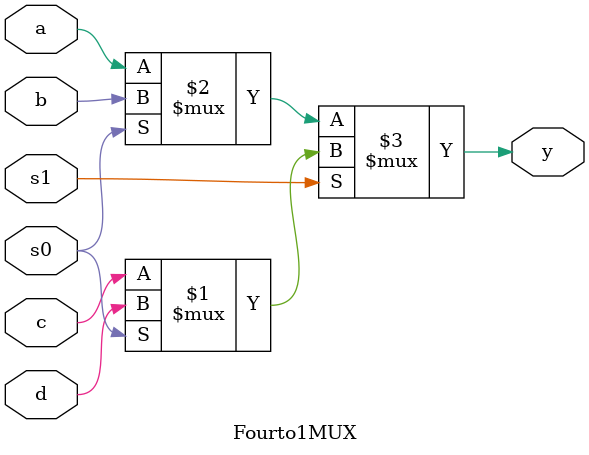
<source format=v>
`timescale 1ns / 1ps

module Fourto1MUX(y, a, b, c, d, s0, s1);
output y;
input a, b, c, d, s0, s1;
  assign y = s1? (s0?d:c) : (s0?b:a);                            
endmodule

</source>
